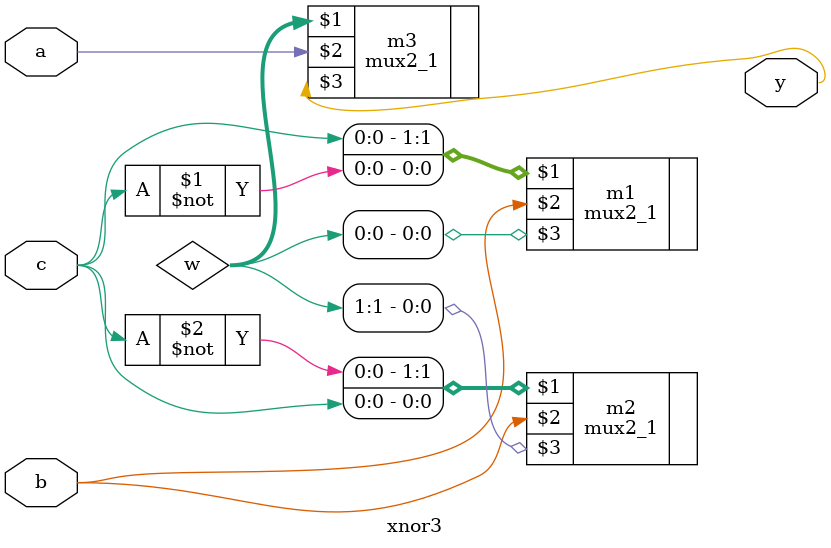
<source format=v>
`include"mux.v"
module xnor3(a,b,c,y);
  input a,b,c;
  output y;
  wire [1:0]w;
  mux2_1 m1({(c),(~c)},b,w[0]);
  mux2_1 m2({(~c),(c)},b,w[1]);
  mux2_1 m3({w[1],w[0]},a,y);
endmodule 
</source>
